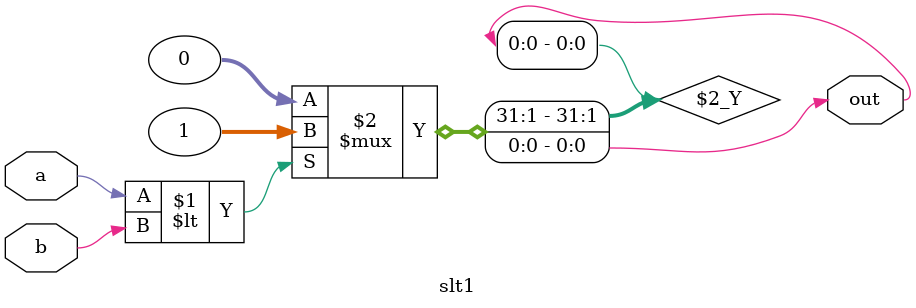
<source format=v>
`timescale 1ns / 1ps


module slt1(out, a, b);
    input  a,b;
    output out;
    
    assign out = (a < b) ? 1: 0;
endmodule

</source>
